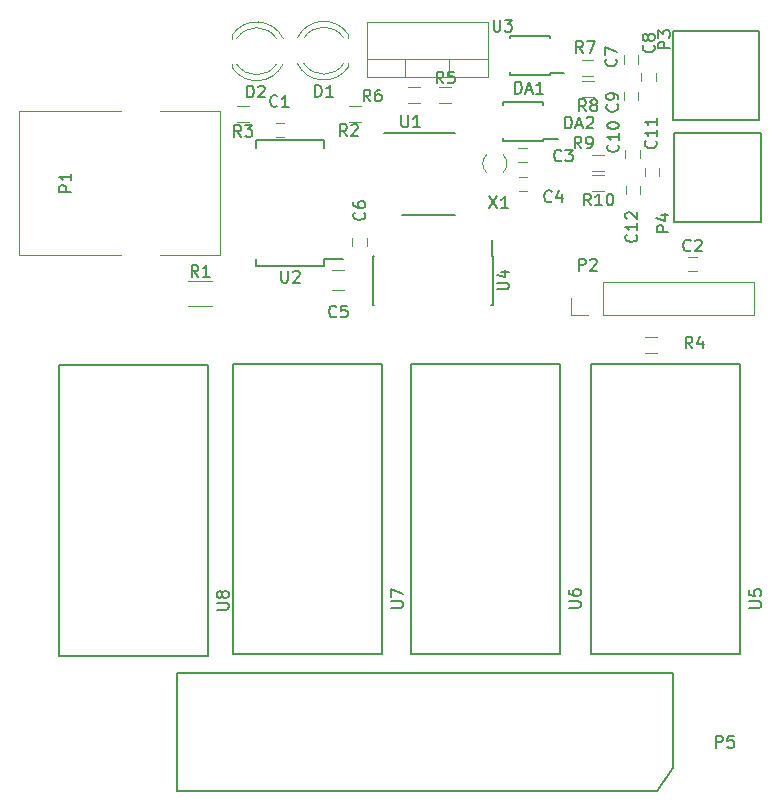
<source format=gto>
G04 #@! TF.GenerationSoftware,KiCad,Pcbnew,(2017-01-27 revision d0c46a8)-makepkg*
G04 #@! TF.CreationDate,2017-03-06T20:45:13-05:00*
G04 #@! TF.ProjectId,reflowoven,7265666C6F776F76656E2E6B69636164,rev?*
G04 #@! TF.FileFunction,Legend,Top*
G04 #@! TF.FilePolarity,Positive*
%FSLAX46Y46*%
G04 Gerber Fmt 4.6, Leading zero omitted, Abs format (unit mm)*
G04 Created by KiCad (PCBNEW (2017-01-27 revision d0c46a8)-makepkg) date 03/06/17 20:45:13*
%MOMM*%
%LPD*%
G01*
G04 APERTURE LIST*
%ADD10C,0.150000*%
%ADD11C,0.120000*%
G04 APERTURE END LIST*
D10*
X157799200Y-157887200D02*
X163774200Y-157887200D01*
X159324200Y-164787200D02*
X163774200Y-164787200D01*
X166975000Y-168265000D02*
X166975000Y-166890000D01*
X156850000Y-168265000D02*
X156850000Y-172415000D01*
X167000000Y-168265000D02*
X167000000Y-172415000D01*
X156850000Y-168265000D02*
X156955000Y-168265000D01*
X156850000Y-172415000D02*
X156955000Y-172415000D01*
X167000000Y-172415000D02*
X166895000Y-172415000D01*
X167000000Y-168265000D02*
X166975000Y-168265000D01*
X152735000Y-168580000D02*
X154335000Y-168580000D01*
X152735000Y-158505000D02*
X146985000Y-158505000D01*
X152735000Y-169155000D02*
X146985000Y-169155000D01*
X152735000Y-158505000D02*
X152735000Y-159155000D01*
X146985000Y-158505000D02*
X146985000Y-159155000D01*
X146985000Y-169155000D02*
X146985000Y-168505000D01*
X152735000Y-169155000D02*
X152735000Y-168580000D01*
D11*
X162491100Y-153993300D02*
X163491100Y-153993300D01*
X163491100Y-155353300D02*
X162491100Y-155353300D01*
X159591400Y-153089600D02*
X159591400Y-151579600D01*
X163292400Y-153089600D02*
X163292400Y-151579600D01*
X166562400Y-151579600D02*
X156322400Y-151579600D01*
X156322400Y-153089600D02*
X156322400Y-148448600D01*
X166562400Y-153089600D02*
X166562400Y-148448600D01*
X166562400Y-148448600D02*
X156322400Y-148448600D01*
X166562400Y-153089600D02*
X156322400Y-153089600D01*
D10*
X145033200Y-177387200D02*
X145033200Y-201987200D01*
X157633200Y-201987200D02*
X145033200Y-201987200D01*
X157633200Y-177387200D02*
X145033200Y-177387200D01*
X157633200Y-177387200D02*
X157633200Y-201987200D01*
X142875800Y-177539600D02*
X142875800Y-202139600D01*
X142875800Y-177539600D02*
X130275800Y-177539600D01*
X142875800Y-202139600D02*
X130275800Y-202139600D01*
X130275800Y-177539600D02*
X130275800Y-202139600D01*
D11*
X173666800Y-173271800D02*
X173666800Y-171881800D01*
X175056800Y-173271800D02*
X173666800Y-173271800D01*
X176326800Y-170491800D02*
X176326800Y-173271800D01*
X189146800Y-170491800D02*
X176326800Y-170491800D01*
X189146800Y-173271800D02*
X189146800Y-170491800D01*
X176326800Y-173271800D02*
X189146800Y-173271800D01*
X181067000Y-160813000D02*
X181067000Y-161513000D01*
X179867000Y-161513000D02*
X179867000Y-160813000D01*
X178077000Y-151988000D02*
X178077000Y-151288000D01*
X179277000Y-151288000D02*
X179277000Y-151988000D01*
X180787600Y-152786600D02*
X180787600Y-153486600D01*
X179587600Y-153486600D02*
X179587600Y-152786600D01*
X178114400Y-155074800D02*
X178114400Y-154374800D01*
X179314400Y-154374800D02*
X179314400Y-155074800D01*
X179441400Y-159314400D02*
X179441400Y-160014400D01*
X178241400Y-160014400D02*
X178241400Y-159314400D01*
X178266800Y-163062400D02*
X178266800Y-162362400D01*
X179466800Y-162362400D02*
X179466800Y-163062400D01*
X175445800Y-161422800D02*
X176445800Y-161422800D01*
X176445800Y-162782800D02*
X175445800Y-162782800D01*
X176445800Y-161106400D02*
X175445800Y-161106400D01*
X175445800Y-159746400D02*
X176445800Y-159746400D01*
X174519400Y-151694600D02*
X175519400Y-151694600D01*
X175519400Y-153054600D02*
X174519400Y-153054600D01*
X175556800Y-154807200D02*
X174556800Y-154807200D01*
X174556800Y-153447200D02*
X175556800Y-153447200D01*
D10*
X187960800Y-177387200D02*
X187960800Y-201987200D01*
X187960800Y-177387200D02*
X175360800Y-177387200D01*
X187960800Y-201987200D02*
X175360800Y-201987200D01*
X175360800Y-177387200D02*
X175360800Y-201987200D01*
X182378800Y-165368400D02*
X189678800Y-165368400D01*
X182378800Y-157868400D02*
X182378800Y-165368400D01*
X189678800Y-157868400D02*
X182378800Y-157868400D01*
X189678800Y-165368400D02*
X189678800Y-157868400D01*
X189551800Y-156760400D02*
X189551800Y-149260400D01*
X189551800Y-149260400D02*
X182251800Y-149260400D01*
X182251800Y-149260400D02*
X182251800Y-156760400D01*
X182251800Y-156760400D02*
X189551800Y-156760400D01*
X171261000Y-158390600D02*
X172511000Y-158390600D01*
X171261000Y-155215600D02*
X167911000Y-155215600D01*
X171261000Y-158565600D02*
X167911000Y-158565600D01*
X171261000Y-155215600D02*
X171261000Y-155465600D01*
X167911000Y-155215600D02*
X167911000Y-155465600D01*
X167911000Y-158565600D02*
X167911000Y-158315600D01*
X171261000Y-158565600D02*
X171261000Y-158390600D01*
X180909600Y-213559400D02*
X140275400Y-213559400D01*
X182275400Y-203559400D02*
X140275400Y-203559400D01*
X182275400Y-211563200D02*
X182275400Y-203559400D01*
X140275400Y-213559400D02*
X140275400Y-203559400D01*
X180909600Y-213563200D02*
X182281200Y-211658200D01*
X172670000Y-177387200D02*
X172670000Y-201987200D01*
X172670000Y-177387200D02*
X160070000Y-177387200D01*
X172670000Y-201987200D02*
X160070000Y-201987200D01*
X160070000Y-177387200D02*
X160070000Y-201987200D01*
D11*
X169220400Y-161591700D02*
X169920400Y-161591700D01*
X169920400Y-162791700D02*
X169220400Y-162791700D01*
X155127400Y-167418500D02*
X155127400Y-166718500D01*
X156327400Y-166718500D02*
X156327400Y-167418500D01*
X154411300Y-169495100D02*
X153411300Y-169495100D01*
X153411300Y-171195100D02*
X154411300Y-171195100D01*
D10*
X171819800Y-152792200D02*
X173069800Y-152792200D01*
X171819800Y-149617200D02*
X168469800Y-149617200D01*
X171819800Y-152967200D02*
X168469800Y-152967200D01*
X171819800Y-149617200D02*
X171819800Y-149867200D01*
X168469800Y-149617200D02*
X168469800Y-149867200D01*
X168469800Y-152967200D02*
X168469800Y-152717200D01*
X171819800Y-152967200D02*
X171819800Y-152792200D01*
D11*
X154764800Y-149821400D02*
X154764800Y-149502400D01*
X154764800Y-152300400D02*
X154764800Y-151981400D01*
X151022087Y-149820439D02*
G75*
G02X154388130Y-149821400I1682713J-1080961D01*
G01*
X151022087Y-151982361D02*
G75*
G03X154388130Y-151981400I1682713J1080961D01*
G01*
X150461558Y-149820676D02*
G75*
G02X154764800Y-149502651I2243242J-1080724D01*
G01*
X150461558Y-151982124D02*
G75*
G03X154764800Y-152300149I2243242J1080724D01*
G01*
X179890800Y-175138800D02*
X180890800Y-175138800D01*
X180890800Y-176498800D02*
X179890800Y-176498800D01*
X141240000Y-170380000D02*
X143240000Y-170380000D01*
X143240000Y-172520000D02*
X141240000Y-172520000D01*
X143939800Y-156002800D02*
X143939800Y-168202800D01*
X126919800Y-168202800D02*
X126919800Y-156002800D01*
X143939800Y-168202800D02*
X138859800Y-168202800D01*
X135559800Y-168202800D02*
X126919800Y-168202800D01*
X143939800Y-156002800D02*
X138859800Y-156002800D01*
X135559800Y-156002800D02*
X126919800Y-156002800D01*
X144955200Y-152032200D02*
X144955200Y-152351200D01*
X144955200Y-149553200D02*
X144955200Y-149872200D01*
X148697913Y-152033161D02*
G75*
G02X145331870Y-152032200I-1682713J1080961D01*
G01*
X148697913Y-149871239D02*
G75*
G03X145331870Y-149872200I-1682713J-1080961D01*
G01*
X149258442Y-152032924D02*
G75*
G02X144955200Y-152350949I-2243242J1080724D01*
G01*
X149258442Y-149871476D02*
G75*
G03X144955200Y-149553451I-2243242J-1080724D01*
G01*
X167883452Y-159715810D02*
G75*
G02X167882800Y-161215200I-700652J-749390D01*
G01*
X166482148Y-159715810D02*
G75*
G03X166482800Y-161215200I700652J-749390D01*
G01*
X169882300Y-160315200D02*
X169182300Y-160315200D01*
X169182300Y-159115200D02*
X169882300Y-159115200D01*
X148646400Y-157007000D02*
X149346400Y-157007000D01*
X149346400Y-158207000D02*
X148646400Y-158207000D01*
X184271400Y-169535400D02*
X183571400Y-169535400D01*
X183571400Y-168335400D02*
X184271400Y-168335400D01*
X159850200Y-153980600D02*
X160850200Y-153980600D01*
X160850200Y-155340600D02*
X159850200Y-155340600D01*
X155833700Y-156915400D02*
X154833700Y-156915400D01*
X154833700Y-155555400D02*
X155833700Y-155555400D01*
X145372200Y-155606200D02*
X146372200Y-155606200D01*
X146372200Y-156966200D02*
X145372200Y-156966200D01*
D10*
X159270795Y-156373580D02*
X159270795Y-157183104D01*
X159318414Y-157278342D01*
X159366033Y-157325961D01*
X159461271Y-157373580D01*
X159651747Y-157373580D01*
X159746985Y-157325961D01*
X159794604Y-157278342D01*
X159842223Y-157183104D01*
X159842223Y-156373580D01*
X160842223Y-157373580D02*
X160270795Y-157373580D01*
X160556509Y-157373580D02*
X160556509Y-156373580D01*
X160461271Y-156516438D01*
X160366033Y-156611676D01*
X160270795Y-156659295D01*
X167377380Y-171101904D02*
X168186904Y-171101904D01*
X168282142Y-171054285D01*
X168329761Y-171006666D01*
X168377380Y-170911428D01*
X168377380Y-170720952D01*
X168329761Y-170625714D01*
X168282142Y-170578095D01*
X168186904Y-170530476D01*
X167377380Y-170530476D01*
X167710714Y-169625714D02*
X168377380Y-169625714D01*
X167329761Y-169863809D02*
X168044047Y-170101904D01*
X168044047Y-169482857D01*
X149098095Y-169532380D02*
X149098095Y-170341904D01*
X149145714Y-170437142D01*
X149193333Y-170484761D01*
X149288571Y-170532380D01*
X149479047Y-170532380D01*
X149574285Y-170484761D01*
X149621904Y-170437142D01*
X149669523Y-170341904D01*
X149669523Y-169532380D01*
X150098095Y-169627619D02*
X150145714Y-169580000D01*
X150240952Y-169532380D01*
X150479047Y-169532380D01*
X150574285Y-169580000D01*
X150621904Y-169627619D01*
X150669523Y-169722857D01*
X150669523Y-169818095D01*
X150621904Y-169960952D01*
X150050476Y-170532380D01*
X150669523Y-170532380D01*
X162824433Y-153675680D02*
X162491100Y-153199490D01*
X162253004Y-153675680D02*
X162253004Y-152675680D01*
X162633957Y-152675680D01*
X162729195Y-152723300D01*
X162776814Y-152770919D01*
X162824433Y-152866157D01*
X162824433Y-153009014D01*
X162776814Y-153104252D01*
X162729195Y-153151871D01*
X162633957Y-153199490D01*
X162253004Y-153199490D01*
X163729195Y-152675680D02*
X163253004Y-152675680D01*
X163205385Y-153151871D01*
X163253004Y-153104252D01*
X163348242Y-153056633D01*
X163586338Y-153056633D01*
X163681576Y-153104252D01*
X163729195Y-153151871D01*
X163776814Y-153247109D01*
X163776814Y-153485204D01*
X163729195Y-153580442D01*
X163681576Y-153628061D01*
X163586338Y-153675680D01*
X163348242Y-153675680D01*
X163253004Y-153628061D01*
X163205385Y-153580442D01*
X167068595Y-148283680D02*
X167068595Y-149093204D01*
X167116214Y-149188442D01*
X167163833Y-149236061D01*
X167259071Y-149283680D01*
X167449547Y-149283680D01*
X167544785Y-149236061D01*
X167592404Y-149188442D01*
X167640023Y-149093204D01*
X167640023Y-148283680D01*
X168020976Y-148283680D02*
X168640023Y-148283680D01*
X168306690Y-148664633D01*
X168449547Y-148664633D01*
X168544785Y-148712252D01*
X168592404Y-148759871D01*
X168640023Y-148855109D01*
X168640023Y-149093204D01*
X168592404Y-149188442D01*
X168544785Y-149236061D01*
X168449547Y-149283680D01*
X168163833Y-149283680D01*
X168068595Y-149236061D01*
X168020976Y-149188442D01*
X158405580Y-198069104D02*
X159215104Y-198069104D01*
X159310342Y-198021485D01*
X159357961Y-197973866D01*
X159405580Y-197878628D01*
X159405580Y-197688152D01*
X159357961Y-197592914D01*
X159310342Y-197545295D01*
X159215104Y-197497676D01*
X158405580Y-197497676D01*
X158405580Y-197116723D02*
X158405580Y-196450057D01*
X159405580Y-196878628D01*
X143648180Y-198221504D02*
X144457704Y-198221504D01*
X144552942Y-198173885D01*
X144600561Y-198126266D01*
X144648180Y-198031028D01*
X144648180Y-197840552D01*
X144600561Y-197745314D01*
X144552942Y-197697695D01*
X144457704Y-197650076D01*
X143648180Y-197650076D01*
X144076752Y-197031028D02*
X144029133Y-197126266D01*
X143981514Y-197173885D01*
X143886276Y-197221504D01*
X143838657Y-197221504D01*
X143743419Y-197173885D01*
X143695800Y-197126266D01*
X143648180Y-197031028D01*
X143648180Y-196840552D01*
X143695800Y-196745314D01*
X143743419Y-196697695D01*
X143838657Y-196650076D01*
X143886276Y-196650076D01*
X143981514Y-196697695D01*
X144029133Y-196745314D01*
X144076752Y-196840552D01*
X144076752Y-197031028D01*
X144124371Y-197126266D01*
X144171990Y-197173885D01*
X144267228Y-197221504D01*
X144457704Y-197221504D01*
X144552942Y-197173885D01*
X144600561Y-197126266D01*
X144648180Y-197031028D01*
X144648180Y-196840552D01*
X144600561Y-196745314D01*
X144552942Y-196697695D01*
X144457704Y-196650076D01*
X144267228Y-196650076D01*
X144171990Y-196697695D01*
X144124371Y-196745314D01*
X144076752Y-196840552D01*
X174293304Y-169527480D02*
X174293304Y-168527480D01*
X174674257Y-168527480D01*
X174769495Y-168575100D01*
X174817114Y-168622719D01*
X174864733Y-168717957D01*
X174864733Y-168860814D01*
X174817114Y-168956052D01*
X174769495Y-169003671D01*
X174674257Y-169051290D01*
X174293304Y-169051290D01*
X175245685Y-168622719D02*
X175293304Y-168575100D01*
X175388542Y-168527480D01*
X175626638Y-168527480D01*
X175721876Y-168575100D01*
X175769495Y-168622719D01*
X175817114Y-168717957D01*
X175817114Y-168813195D01*
X175769495Y-168956052D01*
X175198066Y-169527480D01*
X175817114Y-169527480D01*
X180786042Y-158541957D02*
X180833661Y-158589576D01*
X180881280Y-158732433D01*
X180881280Y-158827671D01*
X180833661Y-158970528D01*
X180738423Y-159065766D01*
X180643185Y-159113385D01*
X180452709Y-159161004D01*
X180309852Y-159161004D01*
X180119376Y-159113385D01*
X180024138Y-159065766D01*
X179928900Y-158970528D01*
X179881280Y-158827671D01*
X179881280Y-158732433D01*
X179928900Y-158589576D01*
X179976519Y-158541957D01*
X180881280Y-157589576D02*
X180881280Y-158161004D01*
X180881280Y-157875290D02*
X179881280Y-157875290D01*
X180024138Y-157970528D01*
X180119376Y-158065766D01*
X180166995Y-158161004D01*
X180881280Y-156637195D02*
X180881280Y-157208623D01*
X180881280Y-156922909D02*
X179881280Y-156922909D01*
X180024138Y-157018147D01*
X180119376Y-157113385D01*
X180166995Y-157208623D01*
X177420542Y-151601466D02*
X177468161Y-151649085D01*
X177515780Y-151791942D01*
X177515780Y-151887180D01*
X177468161Y-152030038D01*
X177372923Y-152125276D01*
X177277685Y-152172895D01*
X177087209Y-152220514D01*
X176944352Y-152220514D01*
X176753876Y-152172895D01*
X176658638Y-152125276D01*
X176563400Y-152030038D01*
X176515780Y-151887180D01*
X176515780Y-151791942D01*
X176563400Y-151649085D01*
X176611019Y-151601466D01*
X176515780Y-151268133D02*
X176515780Y-150601466D01*
X177515780Y-151030038D01*
X180620942Y-150433066D02*
X180668561Y-150480685D01*
X180716180Y-150623542D01*
X180716180Y-150718780D01*
X180668561Y-150861638D01*
X180573323Y-150956876D01*
X180478085Y-151004495D01*
X180287609Y-151052114D01*
X180144752Y-151052114D01*
X179954276Y-151004495D01*
X179859038Y-150956876D01*
X179763800Y-150861638D01*
X179716180Y-150718780D01*
X179716180Y-150623542D01*
X179763800Y-150480685D01*
X179811419Y-150433066D01*
X180144752Y-149861638D02*
X180097133Y-149956876D01*
X180049514Y-150004495D01*
X179954276Y-150052114D01*
X179906657Y-150052114D01*
X179811419Y-150004495D01*
X179763800Y-149956876D01*
X179716180Y-149861638D01*
X179716180Y-149671161D01*
X179763800Y-149575923D01*
X179811419Y-149528304D01*
X179906657Y-149480685D01*
X179954276Y-149480685D01*
X180049514Y-149528304D01*
X180097133Y-149575923D01*
X180144752Y-149671161D01*
X180144752Y-149861638D01*
X180192371Y-149956876D01*
X180239990Y-150004495D01*
X180335228Y-150052114D01*
X180525704Y-150052114D01*
X180620942Y-150004495D01*
X180668561Y-149956876D01*
X180716180Y-149861638D01*
X180716180Y-149671161D01*
X180668561Y-149575923D01*
X180620942Y-149528304D01*
X180525704Y-149480685D01*
X180335228Y-149480685D01*
X180239990Y-149528304D01*
X180192371Y-149575923D01*
X180144752Y-149671161D01*
X177534842Y-155436866D02*
X177582461Y-155484485D01*
X177630080Y-155627342D01*
X177630080Y-155722580D01*
X177582461Y-155865438D01*
X177487223Y-155960676D01*
X177391985Y-156008295D01*
X177201509Y-156055914D01*
X177058652Y-156055914D01*
X176868176Y-156008295D01*
X176772938Y-155960676D01*
X176677700Y-155865438D01*
X176630080Y-155722580D01*
X176630080Y-155627342D01*
X176677700Y-155484485D01*
X176725319Y-155436866D01*
X177630080Y-154960676D02*
X177630080Y-154770200D01*
X177582461Y-154674961D01*
X177534842Y-154627342D01*
X177391985Y-154532104D01*
X177201509Y-154484485D01*
X176820557Y-154484485D01*
X176725319Y-154532104D01*
X176677700Y-154579723D01*
X176630080Y-154674961D01*
X176630080Y-154865438D01*
X176677700Y-154960676D01*
X176725319Y-155008295D01*
X176820557Y-155055914D01*
X177058652Y-155055914D01*
X177153890Y-155008295D01*
X177201509Y-154960676D01*
X177249128Y-154865438D01*
X177249128Y-154674961D01*
X177201509Y-154579723D01*
X177153890Y-154532104D01*
X177058652Y-154484485D01*
X177598342Y-158859457D02*
X177645961Y-158907076D01*
X177693580Y-159049933D01*
X177693580Y-159145171D01*
X177645961Y-159288028D01*
X177550723Y-159383266D01*
X177455485Y-159430885D01*
X177265009Y-159478504D01*
X177122152Y-159478504D01*
X176931676Y-159430885D01*
X176836438Y-159383266D01*
X176741200Y-159288028D01*
X176693580Y-159145171D01*
X176693580Y-159049933D01*
X176741200Y-158907076D01*
X176788819Y-158859457D01*
X177693580Y-157907076D02*
X177693580Y-158478504D01*
X177693580Y-158192790D02*
X176693580Y-158192790D01*
X176836438Y-158288028D01*
X176931676Y-158383266D01*
X176979295Y-158478504D01*
X176693580Y-157288028D02*
X176693580Y-157192790D01*
X176741200Y-157097552D01*
X176788819Y-157049933D01*
X176884057Y-157002314D01*
X177074533Y-156954695D01*
X177312628Y-156954695D01*
X177503104Y-157002314D01*
X177598342Y-157049933D01*
X177645961Y-157097552D01*
X177693580Y-157192790D01*
X177693580Y-157288028D01*
X177645961Y-157383266D01*
X177598342Y-157430885D01*
X177503104Y-157478504D01*
X177312628Y-157526123D01*
X177074533Y-157526123D01*
X176884057Y-157478504D01*
X176788819Y-157430885D01*
X176741200Y-157383266D01*
X176693580Y-157288028D01*
X179147742Y-166479457D02*
X179195361Y-166527076D01*
X179242980Y-166669933D01*
X179242980Y-166765171D01*
X179195361Y-166908028D01*
X179100123Y-167003266D01*
X179004885Y-167050885D01*
X178814409Y-167098504D01*
X178671552Y-167098504D01*
X178481076Y-167050885D01*
X178385838Y-167003266D01*
X178290600Y-166908028D01*
X178242980Y-166765171D01*
X178242980Y-166669933D01*
X178290600Y-166527076D01*
X178338219Y-166479457D01*
X179242980Y-165527076D02*
X179242980Y-166098504D01*
X179242980Y-165812790D02*
X178242980Y-165812790D01*
X178385838Y-165908028D01*
X178481076Y-166003266D01*
X178528695Y-166098504D01*
X178338219Y-165146123D02*
X178290600Y-165098504D01*
X178242980Y-165003266D01*
X178242980Y-164765171D01*
X178290600Y-164669933D01*
X178338219Y-164622314D01*
X178433457Y-164574695D01*
X178528695Y-164574695D01*
X178671552Y-164622314D01*
X179242980Y-165193742D01*
X179242980Y-164574695D01*
X175302942Y-164005180D02*
X174969609Y-163528990D01*
X174731514Y-164005180D02*
X174731514Y-163005180D01*
X175112466Y-163005180D01*
X175207704Y-163052800D01*
X175255323Y-163100419D01*
X175302942Y-163195657D01*
X175302942Y-163338514D01*
X175255323Y-163433752D01*
X175207704Y-163481371D01*
X175112466Y-163528990D01*
X174731514Y-163528990D01*
X176255323Y-164005180D02*
X175683895Y-164005180D01*
X175969609Y-164005180D02*
X175969609Y-163005180D01*
X175874371Y-163148038D01*
X175779133Y-163243276D01*
X175683895Y-163290895D01*
X176874371Y-163005180D02*
X176969609Y-163005180D01*
X177064847Y-163052800D01*
X177112466Y-163100419D01*
X177160085Y-163195657D01*
X177207704Y-163386133D01*
X177207704Y-163624228D01*
X177160085Y-163814704D01*
X177112466Y-163909942D01*
X177064847Y-163957561D01*
X176969609Y-164005180D01*
X176874371Y-164005180D01*
X176779133Y-163957561D01*
X176731514Y-163909942D01*
X176683895Y-163814704D01*
X176636276Y-163624228D01*
X176636276Y-163386133D01*
X176683895Y-163195657D01*
X176731514Y-163100419D01*
X176779133Y-163052800D01*
X176874371Y-163005180D01*
X174509133Y-159176980D02*
X174175800Y-158700790D01*
X173937704Y-159176980D02*
X173937704Y-158176980D01*
X174318657Y-158176980D01*
X174413895Y-158224600D01*
X174461514Y-158272219D01*
X174509133Y-158367457D01*
X174509133Y-158510314D01*
X174461514Y-158605552D01*
X174413895Y-158653171D01*
X174318657Y-158700790D01*
X173937704Y-158700790D01*
X174985323Y-159176980D02*
X175175800Y-159176980D01*
X175271038Y-159129361D01*
X175318657Y-159081742D01*
X175413895Y-158938885D01*
X175461514Y-158748409D01*
X175461514Y-158367457D01*
X175413895Y-158272219D01*
X175366276Y-158224600D01*
X175271038Y-158176980D01*
X175080561Y-158176980D01*
X174985323Y-158224600D01*
X174937704Y-158272219D01*
X174890085Y-158367457D01*
X174890085Y-158605552D01*
X174937704Y-158700790D01*
X174985323Y-158748409D01*
X175080561Y-158796028D01*
X175271038Y-158796028D01*
X175366276Y-158748409D01*
X175413895Y-158700790D01*
X175461514Y-158605552D01*
X174636133Y-151074380D02*
X174302800Y-150598190D01*
X174064704Y-151074380D02*
X174064704Y-150074380D01*
X174445657Y-150074380D01*
X174540895Y-150122000D01*
X174588514Y-150169619D01*
X174636133Y-150264857D01*
X174636133Y-150407714D01*
X174588514Y-150502952D01*
X174540895Y-150550571D01*
X174445657Y-150598190D01*
X174064704Y-150598190D01*
X174969466Y-150074380D02*
X175636133Y-150074380D01*
X175207561Y-151074380D01*
X174890133Y-156029580D02*
X174556800Y-155553390D01*
X174318704Y-156029580D02*
X174318704Y-155029580D01*
X174699657Y-155029580D01*
X174794895Y-155077200D01*
X174842514Y-155124819D01*
X174890133Y-155220057D01*
X174890133Y-155362914D01*
X174842514Y-155458152D01*
X174794895Y-155505771D01*
X174699657Y-155553390D01*
X174318704Y-155553390D01*
X175461561Y-155458152D02*
X175366323Y-155410533D01*
X175318704Y-155362914D01*
X175271085Y-155267676D01*
X175271085Y-155220057D01*
X175318704Y-155124819D01*
X175366323Y-155077200D01*
X175461561Y-155029580D01*
X175652038Y-155029580D01*
X175747276Y-155077200D01*
X175794895Y-155124819D01*
X175842514Y-155220057D01*
X175842514Y-155267676D01*
X175794895Y-155362914D01*
X175747276Y-155410533D01*
X175652038Y-155458152D01*
X175461561Y-155458152D01*
X175366323Y-155505771D01*
X175318704Y-155553390D01*
X175271085Y-155648628D01*
X175271085Y-155839104D01*
X175318704Y-155934342D01*
X175366323Y-155981961D01*
X175461561Y-156029580D01*
X175652038Y-156029580D01*
X175747276Y-155981961D01*
X175794895Y-155934342D01*
X175842514Y-155839104D01*
X175842514Y-155648628D01*
X175794895Y-155553390D01*
X175747276Y-155505771D01*
X175652038Y-155458152D01*
X188733180Y-198069104D02*
X189542704Y-198069104D01*
X189637942Y-198021485D01*
X189685561Y-197973866D01*
X189733180Y-197878628D01*
X189733180Y-197688152D01*
X189685561Y-197592914D01*
X189637942Y-197545295D01*
X189542704Y-197497676D01*
X188733180Y-197497676D01*
X188733180Y-196545295D02*
X188733180Y-197021485D01*
X189209371Y-197069104D01*
X189161752Y-197021485D01*
X189114133Y-196926247D01*
X189114133Y-196688152D01*
X189161752Y-196592914D01*
X189209371Y-196545295D01*
X189304609Y-196497676D01*
X189542704Y-196497676D01*
X189637942Y-196545295D01*
X189685561Y-196592914D01*
X189733180Y-196688152D01*
X189733180Y-196926247D01*
X189685561Y-197021485D01*
X189637942Y-197069104D01*
X181884580Y-166244495D02*
X180884580Y-166244495D01*
X180884580Y-165863542D01*
X180932200Y-165768304D01*
X180979819Y-165720685D01*
X181075057Y-165673066D01*
X181217914Y-165673066D01*
X181313152Y-165720685D01*
X181360771Y-165768304D01*
X181408390Y-165863542D01*
X181408390Y-166244495D01*
X181217914Y-164815923D02*
X181884580Y-164815923D01*
X180836961Y-165054019D02*
X181551247Y-165292114D01*
X181551247Y-164673066D01*
X182011580Y-150699695D02*
X181011580Y-150699695D01*
X181011580Y-150318742D01*
X181059200Y-150223504D01*
X181106819Y-150175885D01*
X181202057Y-150128266D01*
X181344914Y-150128266D01*
X181440152Y-150175885D01*
X181487771Y-150223504D01*
X181535390Y-150318742D01*
X181535390Y-150699695D01*
X181011580Y-149794933D02*
X181011580Y-149175885D01*
X181392533Y-149509219D01*
X181392533Y-149366361D01*
X181440152Y-149271123D01*
X181487771Y-149223504D01*
X181583009Y-149175885D01*
X181821104Y-149175885D01*
X181916342Y-149223504D01*
X181963961Y-149271123D01*
X182011580Y-149366361D01*
X182011580Y-149652076D01*
X181963961Y-149747314D01*
X181916342Y-149794933D01*
X173140833Y-157487880D02*
X173140833Y-156487880D01*
X173378928Y-156487880D01*
X173521785Y-156535500D01*
X173617023Y-156630738D01*
X173664642Y-156725976D01*
X173712261Y-156916452D01*
X173712261Y-157059309D01*
X173664642Y-157249785D01*
X173617023Y-157345023D01*
X173521785Y-157440261D01*
X173378928Y-157487880D01*
X173140833Y-157487880D01*
X174093214Y-157202166D02*
X174569404Y-157202166D01*
X173997976Y-157487880D02*
X174331309Y-156487880D01*
X174664642Y-157487880D01*
X174950357Y-156583119D02*
X174997976Y-156535500D01*
X175093214Y-156487880D01*
X175331309Y-156487880D01*
X175426547Y-156535500D01*
X175474166Y-156583119D01*
X175521785Y-156678357D01*
X175521785Y-156773595D01*
X175474166Y-156916452D01*
X174902738Y-157487880D01*
X175521785Y-157487880D01*
X185926504Y-209913480D02*
X185926504Y-208913480D01*
X186307457Y-208913480D01*
X186402695Y-208961100D01*
X186450314Y-209008719D01*
X186497933Y-209103957D01*
X186497933Y-209246814D01*
X186450314Y-209342052D01*
X186402695Y-209389671D01*
X186307457Y-209437290D01*
X185926504Y-209437290D01*
X187402695Y-208913480D02*
X186926504Y-208913480D01*
X186878885Y-209389671D01*
X186926504Y-209342052D01*
X187021742Y-209294433D01*
X187259838Y-209294433D01*
X187355076Y-209342052D01*
X187402695Y-209389671D01*
X187450314Y-209484909D01*
X187450314Y-209723004D01*
X187402695Y-209818242D01*
X187355076Y-209865861D01*
X187259838Y-209913480D01*
X187021742Y-209913480D01*
X186926504Y-209865861D01*
X186878885Y-209818242D01*
X173442380Y-198069104D02*
X174251904Y-198069104D01*
X174347142Y-198021485D01*
X174394761Y-197973866D01*
X174442380Y-197878628D01*
X174442380Y-197688152D01*
X174394761Y-197592914D01*
X174347142Y-197545295D01*
X174251904Y-197497676D01*
X173442380Y-197497676D01*
X173442380Y-196592914D02*
X173442380Y-196783390D01*
X173490000Y-196878628D01*
X173537619Y-196926247D01*
X173680476Y-197021485D01*
X173870952Y-197069104D01*
X174251904Y-197069104D01*
X174347142Y-197021485D01*
X174394761Y-196973866D01*
X174442380Y-196878628D01*
X174442380Y-196688152D01*
X174394761Y-196592914D01*
X174347142Y-196545295D01*
X174251904Y-196497676D01*
X174013809Y-196497676D01*
X173918571Y-196545295D01*
X173870952Y-196592914D01*
X173823333Y-196688152D01*
X173823333Y-196878628D01*
X173870952Y-196973866D01*
X173918571Y-197021485D01*
X174013809Y-197069104D01*
X171994533Y-163641042D02*
X171946914Y-163688661D01*
X171804057Y-163736280D01*
X171708819Y-163736280D01*
X171565961Y-163688661D01*
X171470723Y-163593423D01*
X171423104Y-163498185D01*
X171375485Y-163307709D01*
X171375485Y-163164852D01*
X171423104Y-162974376D01*
X171470723Y-162879138D01*
X171565961Y-162783900D01*
X171708819Y-162736280D01*
X171804057Y-162736280D01*
X171946914Y-162783900D01*
X171994533Y-162831519D01*
X172851676Y-163069614D02*
X172851676Y-163736280D01*
X172613580Y-162688661D02*
X172375485Y-163402947D01*
X172994533Y-163402947D01*
X156109942Y-164606266D02*
X156157561Y-164653885D01*
X156205180Y-164796742D01*
X156205180Y-164891980D01*
X156157561Y-165034838D01*
X156062323Y-165130076D01*
X155967085Y-165177695D01*
X155776609Y-165225314D01*
X155633752Y-165225314D01*
X155443276Y-165177695D01*
X155348038Y-165130076D01*
X155252800Y-165034838D01*
X155205180Y-164891980D01*
X155205180Y-164796742D01*
X155252800Y-164653885D01*
X155300419Y-164606266D01*
X155205180Y-163749123D02*
X155205180Y-163939600D01*
X155252800Y-164034838D01*
X155300419Y-164082457D01*
X155443276Y-164177695D01*
X155633752Y-164225314D01*
X156014704Y-164225314D01*
X156109942Y-164177695D01*
X156157561Y-164130076D01*
X156205180Y-164034838D01*
X156205180Y-163844361D01*
X156157561Y-163749123D01*
X156109942Y-163701504D01*
X156014704Y-163653885D01*
X155776609Y-163653885D01*
X155681371Y-163701504D01*
X155633752Y-163749123D01*
X155586133Y-163844361D01*
X155586133Y-164034838D01*
X155633752Y-164130076D01*
X155681371Y-164177695D01*
X155776609Y-164225314D01*
X153757333Y-173394642D02*
X153709714Y-173442261D01*
X153566857Y-173489880D01*
X153471619Y-173489880D01*
X153328761Y-173442261D01*
X153233523Y-173347023D01*
X153185904Y-173251785D01*
X153138285Y-173061309D01*
X153138285Y-172918452D01*
X153185904Y-172727976D01*
X153233523Y-172632738D01*
X153328761Y-172537500D01*
X153471619Y-172489880D01*
X153566857Y-172489880D01*
X153709714Y-172537500D01*
X153757333Y-172585119D01*
X154662095Y-172489880D02*
X154185904Y-172489880D01*
X154138285Y-172966071D01*
X154185904Y-172918452D01*
X154281142Y-172870833D01*
X154519238Y-172870833D01*
X154614476Y-172918452D01*
X154662095Y-172966071D01*
X154709714Y-173061309D01*
X154709714Y-173299404D01*
X154662095Y-173394642D01*
X154614476Y-173442261D01*
X154519238Y-173489880D01*
X154281142Y-173489880D01*
X154185904Y-173442261D01*
X154138285Y-173394642D01*
X168899033Y-154528780D02*
X168899033Y-153528780D01*
X169137128Y-153528780D01*
X169279985Y-153576400D01*
X169375223Y-153671638D01*
X169422842Y-153766876D01*
X169470461Y-153957352D01*
X169470461Y-154100209D01*
X169422842Y-154290685D01*
X169375223Y-154385923D01*
X169279985Y-154481161D01*
X169137128Y-154528780D01*
X168899033Y-154528780D01*
X169851414Y-154243066D02*
X170327604Y-154243066D01*
X169756176Y-154528780D02*
X170089509Y-153528780D01*
X170422842Y-154528780D01*
X171279985Y-154528780D02*
X170708557Y-154528780D01*
X170994271Y-154528780D02*
X170994271Y-153528780D01*
X170899033Y-153671638D01*
X170803795Y-153766876D01*
X170708557Y-153814495D01*
X151966704Y-154813780D02*
X151966704Y-153813780D01*
X152204800Y-153813780D01*
X152347657Y-153861400D01*
X152442895Y-153956638D01*
X152490514Y-154051876D01*
X152538133Y-154242352D01*
X152538133Y-154385209D01*
X152490514Y-154575685D01*
X152442895Y-154670923D01*
X152347657Y-154766161D01*
X152204800Y-154813780D01*
X151966704Y-154813780D01*
X153490514Y-154813780D02*
X152919085Y-154813780D01*
X153204800Y-154813780D02*
X153204800Y-153813780D01*
X153109561Y-153956638D01*
X153014323Y-154051876D01*
X152919085Y-154099495D01*
X183907133Y-176106080D02*
X183573800Y-175629890D01*
X183335704Y-176106080D02*
X183335704Y-175106080D01*
X183716657Y-175106080D01*
X183811895Y-175153700D01*
X183859514Y-175201319D01*
X183907133Y-175296557D01*
X183907133Y-175439414D01*
X183859514Y-175534652D01*
X183811895Y-175582271D01*
X183716657Y-175629890D01*
X183335704Y-175629890D01*
X184764276Y-175439414D02*
X184764276Y-176106080D01*
X184526180Y-175058461D02*
X184288085Y-175772747D01*
X184907133Y-175772747D01*
X142073333Y-170052380D02*
X141740000Y-169576190D01*
X141501904Y-170052380D02*
X141501904Y-169052380D01*
X141882857Y-169052380D01*
X141978095Y-169100000D01*
X142025714Y-169147619D01*
X142073333Y-169242857D01*
X142073333Y-169385714D01*
X142025714Y-169480952D01*
X141978095Y-169528571D01*
X141882857Y-169576190D01*
X141501904Y-169576190D01*
X143025714Y-170052380D02*
X142454285Y-170052380D01*
X142740000Y-170052380D02*
X142740000Y-169052380D01*
X142644761Y-169195238D01*
X142549523Y-169290476D01*
X142454285Y-169338095D01*
X131312180Y-162840895D02*
X130312180Y-162840895D01*
X130312180Y-162459942D01*
X130359800Y-162364704D01*
X130407419Y-162317085D01*
X130502657Y-162269466D01*
X130645514Y-162269466D01*
X130740752Y-162317085D01*
X130788371Y-162364704D01*
X130835990Y-162459942D01*
X130835990Y-162840895D01*
X131312180Y-161317085D02*
X131312180Y-161888514D01*
X131312180Y-161602800D02*
X130312180Y-161602800D01*
X130455038Y-161698038D01*
X130550276Y-161793276D01*
X130597895Y-161888514D01*
X146200904Y-154858980D02*
X146200904Y-153858980D01*
X146439000Y-153858980D01*
X146581857Y-153906600D01*
X146677095Y-154001838D01*
X146724714Y-154097076D01*
X146772333Y-154287552D01*
X146772333Y-154430409D01*
X146724714Y-154620885D01*
X146677095Y-154716123D01*
X146581857Y-154811361D01*
X146439000Y-154858980D01*
X146200904Y-154858980D01*
X147153285Y-153954219D02*
X147200904Y-153906600D01*
X147296142Y-153858980D01*
X147534238Y-153858980D01*
X147629476Y-153906600D01*
X147677095Y-153954219D01*
X147724714Y-154049457D01*
X147724714Y-154144695D01*
X147677095Y-154287552D01*
X147105666Y-154858980D01*
X147724714Y-154858980D01*
X166728876Y-163218880D02*
X167395542Y-164218880D01*
X167395542Y-163218880D02*
X166728876Y-164218880D01*
X168300304Y-164218880D02*
X167728876Y-164218880D01*
X168014590Y-164218880D02*
X168014590Y-163218880D01*
X167919352Y-163361738D01*
X167824114Y-163456976D01*
X167728876Y-163504595D01*
X172820033Y-160186642D02*
X172772414Y-160234261D01*
X172629557Y-160281880D01*
X172534319Y-160281880D01*
X172391461Y-160234261D01*
X172296223Y-160139023D01*
X172248604Y-160043785D01*
X172200985Y-159853309D01*
X172200985Y-159710452D01*
X172248604Y-159519976D01*
X172296223Y-159424738D01*
X172391461Y-159329500D01*
X172534319Y-159281880D01*
X172629557Y-159281880D01*
X172772414Y-159329500D01*
X172820033Y-159377119D01*
X173153366Y-159281880D02*
X173772414Y-159281880D01*
X173439080Y-159662833D01*
X173581938Y-159662833D01*
X173677176Y-159710452D01*
X173724795Y-159758071D01*
X173772414Y-159853309D01*
X173772414Y-160091404D01*
X173724795Y-160186642D01*
X173677176Y-160234261D01*
X173581938Y-160281880D01*
X173296223Y-160281880D01*
X173200985Y-160234261D01*
X173153366Y-160186642D01*
X148778933Y-155576542D02*
X148731314Y-155624161D01*
X148588457Y-155671780D01*
X148493219Y-155671780D01*
X148350361Y-155624161D01*
X148255123Y-155528923D01*
X148207504Y-155433685D01*
X148159885Y-155243209D01*
X148159885Y-155100352D01*
X148207504Y-154909876D01*
X148255123Y-154814638D01*
X148350361Y-154719400D01*
X148493219Y-154671780D01*
X148588457Y-154671780D01*
X148731314Y-154719400D01*
X148778933Y-154767019D01*
X149731314Y-155671780D02*
X149159885Y-155671780D01*
X149445600Y-155671780D02*
X149445600Y-154671780D01*
X149350361Y-154814638D01*
X149255123Y-154909876D01*
X149159885Y-154957495D01*
X183754733Y-167792542D02*
X183707114Y-167840161D01*
X183564257Y-167887780D01*
X183469019Y-167887780D01*
X183326161Y-167840161D01*
X183230923Y-167744923D01*
X183183304Y-167649685D01*
X183135685Y-167459209D01*
X183135685Y-167316352D01*
X183183304Y-167125876D01*
X183230923Y-167030638D01*
X183326161Y-166935400D01*
X183469019Y-166887780D01*
X183564257Y-166887780D01*
X183707114Y-166935400D01*
X183754733Y-166983019D01*
X184135685Y-166983019D02*
X184183304Y-166935400D01*
X184278542Y-166887780D01*
X184516638Y-166887780D01*
X184611876Y-166935400D01*
X184659495Y-166983019D01*
X184707114Y-167078257D01*
X184707114Y-167173495D01*
X184659495Y-167316352D01*
X184088066Y-167887780D01*
X184707114Y-167887780D01*
X156640233Y-155189180D02*
X156306900Y-154712990D01*
X156068804Y-155189180D02*
X156068804Y-154189180D01*
X156449757Y-154189180D01*
X156544995Y-154236800D01*
X156592614Y-154284419D01*
X156640233Y-154379657D01*
X156640233Y-154522514D01*
X156592614Y-154617752D01*
X156544995Y-154665371D01*
X156449757Y-154712990D01*
X156068804Y-154712990D01*
X157497376Y-154189180D02*
X157306900Y-154189180D01*
X157211661Y-154236800D01*
X157164042Y-154284419D01*
X157068804Y-154427276D01*
X157021185Y-154617752D01*
X157021185Y-154998704D01*
X157068804Y-155093942D01*
X157116423Y-155141561D01*
X157211661Y-155189180D01*
X157402138Y-155189180D01*
X157497376Y-155141561D01*
X157544995Y-155093942D01*
X157592614Y-154998704D01*
X157592614Y-154760609D01*
X157544995Y-154665371D01*
X157497376Y-154617752D01*
X157402138Y-154570133D01*
X157211661Y-154570133D01*
X157116423Y-154617752D01*
X157068804Y-154665371D01*
X157021185Y-154760609D01*
X154646333Y-158135580D02*
X154313000Y-157659390D01*
X154074904Y-158135580D02*
X154074904Y-157135580D01*
X154455857Y-157135580D01*
X154551095Y-157183200D01*
X154598714Y-157230819D01*
X154646333Y-157326057D01*
X154646333Y-157468914D01*
X154598714Y-157564152D01*
X154551095Y-157611771D01*
X154455857Y-157659390D01*
X154074904Y-157659390D01*
X155027285Y-157230819D02*
X155074904Y-157183200D01*
X155170142Y-157135580D01*
X155408238Y-157135580D01*
X155503476Y-157183200D01*
X155551095Y-157230819D01*
X155598714Y-157326057D01*
X155598714Y-157421295D01*
X155551095Y-157564152D01*
X154979666Y-158135580D01*
X155598714Y-158135580D01*
X145705533Y-158188580D02*
X145372200Y-157712390D01*
X145134104Y-158188580D02*
X145134104Y-157188580D01*
X145515057Y-157188580D01*
X145610295Y-157236200D01*
X145657914Y-157283819D01*
X145705533Y-157379057D01*
X145705533Y-157521914D01*
X145657914Y-157617152D01*
X145610295Y-157664771D01*
X145515057Y-157712390D01*
X145134104Y-157712390D01*
X146038866Y-157188580D02*
X146657914Y-157188580D01*
X146324580Y-157569533D01*
X146467438Y-157569533D01*
X146562676Y-157617152D01*
X146610295Y-157664771D01*
X146657914Y-157760009D01*
X146657914Y-157998104D01*
X146610295Y-158093342D01*
X146562676Y-158140961D01*
X146467438Y-158188580D01*
X146181723Y-158188580D01*
X146086485Y-158140961D01*
X146038866Y-158093342D01*
M02*

</source>
